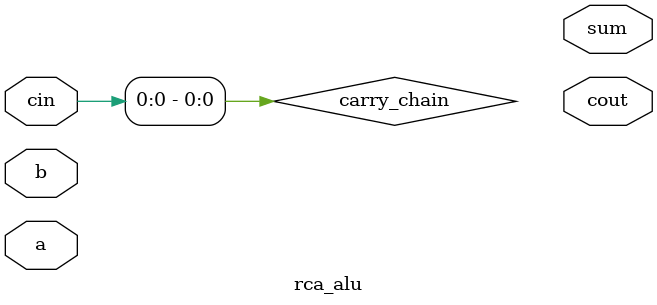
<source format=v>
module rca_alu (

	input wire [31:0] a,
	input wire [31:0] b,
	input wire cin,
	output wire [31:0] sum,
	output wire cout

);
	// Set up carry chain from one RCA to the next to not assign constants.
	wire [32:0] carry_chain;
	assign carry_chain[0] = cin;

endmodule
</source>
